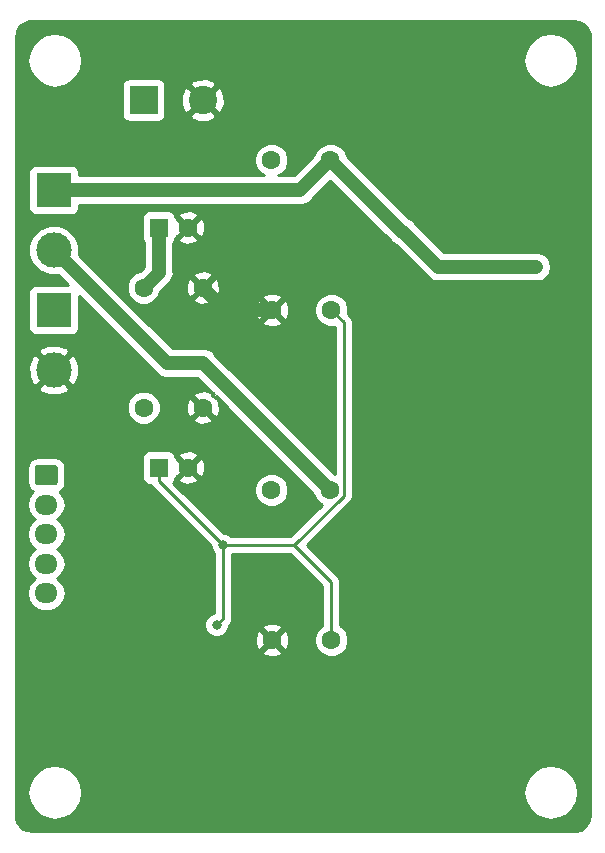
<source format=gbl>
G04 #@! TF.GenerationSoftware,KiCad,Pcbnew,5.0.1-33cea8e~68~ubuntu16.04.1*
G04 #@! TF.CreationDate,2018-11-22T10:51:10+09:00*
G04 #@! TF.ProjectId,BS2103F_photo,425332313033465F70686F746F2E6B69,rev?*
G04 #@! TF.SameCoordinates,Original*
G04 #@! TF.FileFunction,Copper,L2,Bot,Signal*
G04 #@! TF.FilePolarity,Positive*
%FSLAX46Y46*%
G04 Gerber Fmt 4.6, Leading zero omitted, Abs format (unit mm)*
G04 Created by KiCad (PCBNEW 5.0.1-33cea8e~68~ubuntu16.04.1) date 2018年11月22日 10時51分10秒*
%MOMM*%
%LPD*%
G01*
G04 APERTURE LIST*
G04 #@! TA.AperFunction,ComponentPad*
%ADD10C,1.600000*%
G04 #@! TD*
G04 #@! TA.AperFunction,ComponentPad*
%ADD11R,1.600000X1.600000*%
G04 #@! TD*
G04 #@! TA.AperFunction,ComponentPad*
%ADD12R,2.400000X2.400000*%
G04 #@! TD*
G04 #@! TA.AperFunction,ComponentPad*
%ADD13C,2.400000*%
G04 #@! TD*
G04 #@! TA.AperFunction,ComponentPad*
%ADD14R,3.000000X3.000000*%
G04 #@! TD*
G04 #@! TA.AperFunction,ComponentPad*
%ADD15C,3.000000*%
G04 #@! TD*
G04 #@! TA.AperFunction,Conductor*
%ADD16C,0.100000*%
G04 #@! TD*
G04 #@! TA.AperFunction,ComponentPad*
%ADD17C,1.700000*%
G04 #@! TD*
G04 #@! TA.AperFunction,ComponentPad*
%ADD18O,1.950000X1.700000*%
G04 #@! TD*
G04 #@! TA.AperFunction,ViaPad*
%ADD19C,0.800000*%
G04 #@! TD*
G04 #@! TA.AperFunction,ViaPad*
%ADD20C,1.000000*%
G04 #@! TD*
G04 #@! TA.AperFunction,Conductor*
%ADD21C,1.200000*%
G04 #@! TD*
G04 #@! TA.AperFunction,Conductor*
%ADD22C,0.250000*%
G04 #@! TD*
G04 #@! TA.AperFunction,Conductor*
%ADD23C,0.254000*%
G04 #@! TD*
G04 APERTURE END LIST*
D10*
G04 #@! TO.P,C1,2*
G04 #@! TO.N,GND*
X140295000Y-83185000D03*
D11*
G04 #@! TO.P,C1,1*
G04 #@! TO.N,24V*
X137795000Y-83185000D03*
G04 #@! TD*
D10*
G04 #@! TO.P,C2,2*
G04 #@! TO.N,GND*
X141525000Y-88265000D03*
G04 #@! TO.P,C2,1*
G04 #@! TO.N,24V*
X136525000Y-88265000D03*
G04 #@! TD*
G04 #@! TO.P,C3,1*
G04 #@! TO.N,Net-(C3-Pad1)*
X136525000Y-98425000D03*
G04 #@! TO.P,C3,2*
G04 #@! TO.N,GND*
X141525000Y-98425000D03*
G04 #@! TD*
D11*
G04 #@! TO.P,C4,1*
G04 #@! TO.N,Net-(C3-Pad1)*
X137795000Y-103505000D03*
D10*
G04 #@! TO.P,C4,2*
G04 #@! TO.N,GND*
X140295000Y-103505000D03*
G04 #@! TD*
G04 #@! TO.P,C5,1*
G04 #@! TO.N,Net-(C3-Pad1)*
X152400000Y-90170000D03*
G04 #@! TO.P,C5,2*
G04 #@! TO.N,GND*
X147400000Y-90170000D03*
G04 #@! TD*
G04 #@! TO.P,C6,2*
G04 #@! TO.N,Motor1*
X152320000Y-77470000D03*
G04 #@! TO.P,C6,1*
G04 #@! TO.N,Net-(C6-Pad1)*
X147320000Y-77470000D03*
G04 #@! TD*
D12*
G04 #@! TO.P,C7,1*
G04 #@! TO.N,24V*
X136525000Y-72390000D03*
D13*
G04 #@! TO.P,C7,2*
G04 #@! TO.N,GND*
X141525000Y-72390000D03*
G04 #@! TD*
D10*
G04 #@! TO.P,C8,1*
G04 #@! TO.N,Net-(C8-Pad1)*
X147320000Y-105410000D03*
G04 #@! TO.P,C8,2*
G04 #@! TO.N,Motor2*
X152320000Y-105410000D03*
G04 #@! TD*
G04 #@! TO.P,C9,2*
G04 #@! TO.N,GND*
X147400000Y-118110000D03*
G04 #@! TO.P,C9,1*
G04 #@! TO.N,Net-(C3-Pad1)*
X152400000Y-118110000D03*
G04 #@! TD*
D14*
G04 #@! TO.P,J1,1*
G04 #@! TO.N,24V*
X128905000Y-90170000D03*
D15*
G04 #@! TO.P,J1,2*
G04 #@! TO.N,GND*
X128905000Y-95250000D03*
G04 #@! TD*
G04 #@! TO.P,J2,2*
G04 #@! TO.N,Motor2*
X128905000Y-85090000D03*
D14*
G04 #@! TO.P,J2,1*
G04 #@! TO.N,Motor1*
X128905000Y-80010000D03*
G04 #@! TD*
D16*
G04 #@! TO.N,5V*
G04 #@! TO.C,J3*
G36*
X129019504Y-103291204D02*
X129043773Y-103294804D01*
X129067571Y-103300765D01*
X129090671Y-103309030D01*
X129112849Y-103319520D01*
X129133893Y-103332133D01*
X129153598Y-103346747D01*
X129171777Y-103363223D01*
X129188253Y-103381402D01*
X129202867Y-103401107D01*
X129215480Y-103422151D01*
X129225970Y-103444329D01*
X129234235Y-103467429D01*
X129240196Y-103491227D01*
X129243796Y-103515496D01*
X129245000Y-103540000D01*
X129245000Y-104740000D01*
X129243796Y-104764504D01*
X129240196Y-104788773D01*
X129234235Y-104812571D01*
X129225970Y-104835671D01*
X129215480Y-104857849D01*
X129202867Y-104878893D01*
X129188253Y-104898598D01*
X129171777Y-104916777D01*
X129153598Y-104933253D01*
X129133893Y-104947867D01*
X129112849Y-104960480D01*
X129090671Y-104970970D01*
X129067571Y-104979235D01*
X129043773Y-104985196D01*
X129019504Y-104988796D01*
X128995000Y-104990000D01*
X127545000Y-104990000D01*
X127520496Y-104988796D01*
X127496227Y-104985196D01*
X127472429Y-104979235D01*
X127449329Y-104970970D01*
X127427151Y-104960480D01*
X127406107Y-104947867D01*
X127386402Y-104933253D01*
X127368223Y-104916777D01*
X127351747Y-104898598D01*
X127337133Y-104878893D01*
X127324520Y-104857849D01*
X127314030Y-104835671D01*
X127305765Y-104812571D01*
X127299804Y-104788773D01*
X127296204Y-104764504D01*
X127295000Y-104740000D01*
X127295000Y-103540000D01*
X127296204Y-103515496D01*
X127299804Y-103491227D01*
X127305765Y-103467429D01*
X127314030Y-103444329D01*
X127324520Y-103422151D01*
X127337133Y-103401107D01*
X127351747Y-103381402D01*
X127368223Y-103363223D01*
X127386402Y-103346747D01*
X127406107Y-103332133D01*
X127427151Y-103319520D01*
X127449329Y-103309030D01*
X127472429Y-103300765D01*
X127496227Y-103294804D01*
X127520496Y-103291204D01*
X127545000Y-103290000D01*
X128995000Y-103290000D01*
X129019504Y-103291204D01*
X129019504Y-103291204D01*
G37*
D17*
G04 #@! TD*
G04 #@! TO.P,J3,1*
G04 #@! TO.N,5V*
X128270000Y-104140000D03*
D18*
G04 #@! TO.P,J3,2*
G04 #@! TO.N,PINGND*
X128270000Y-106640000D03*
G04 #@! TO.P,J3,3*
G04 #@! TO.N,IN1*
X128270000Y-109140000D03*
G04 #@! TO.P,J3,4*
G04 #@! TO.N,IN2*
X128270000Y-111640000D03*
G04 #@! TO.P,J3,5*
G04 #@! TO.N,ShutDown*
X128270000Y-114140000D03*
G04 #@! TD*
D19*
G04 #@! TO.N,Net-(C3-Pad1)*
X142705000Y-116814900D03*
X143253500Y-110078500D03*
D20*
G04 #@! TO.N,Motor1*
X158485400Y-83537000D03*
X169745000Y-86509700D03*
G04 #@! TD*
D21*
G04 #@! TO.N,GND*
X147400000Y-90170000D02*
X143430000Y-90170000D01*
X143430000Y-90170000D02*
X141525000Y-88265000D01*
G04 #@! TO.N,24V*
X136525000Y-88265000D02*
X137795000Y-86995000D01*
X137795000Y-86995000D02*
X137795000Y-83185000D01*
D22*
G04 #@! TO.N,Net-(C3-Pad1)*
X143253500Y-110078500D02*
X143253500Y-116266400D01*
X143253500Y-116266400D02*
X142705000Y-116814900D01*
X149255900Y-110078500D02*
X143253500Y-110078500D01*
X152400000Y-90170000D02*
X153447000Y-91217000D01*
X153447000Y-91217000D02*
X153447000Y-105887400D01*
X153447000Y-105887400D02*
X149255900Y-110078500D01*
X149255900Y-110078500D02*
X152400000Y-113222600D01*
X152400000Y-113222600D02*
X152400000Y-118110000D01*
X137795000Y-103505000D02*
X137795000Y-104630300D01*
X137795000Y-104630300D02*
X137805300Y-104630300D01*
X137805300Y-104630300D02*
X143253500Y-110078500D01*
D21*
G04 #@! TO.N,Motor1*
X152320000Y-77470000D02*
X149780000Y-80010000D01*
X149780000Y-80010000D02*
X131205300Y-80010000D01*
X152320000Y-77470000D02*
X158387000Y-83537000D01*
X158387000Y-83537000D02*
X158485400Y-83537000D01*
X128905000Y-80010000D02*
X131205300Y-80010000D01*
X158485400Y-83537000D02*
X161458100Y-86509700D01*
X161458100Y-86509700D02*
X169745000Y-86509700D01*
G04 #@! TO.N,Motor2*
X128905000Y-85090000D02*
X138462700Y-94647700D01*
X138462700Y-94647700D02*
X141557700Y-94647700D01*
X141557700Y-94647700D02*
X152320000Y-105410000D01*
G04 #@! TD*
D23*
G04 #@! TO.N,GND*
G36*
X173360027Y-65768803D02*
X173691110Y-65919338D01*
X173966639Y-66156749D01*
X174164456Y-66461944D01*
X174275700Y-66833917D01*
X174290000Y-67026348D01*
X174290001Y-132949413D01*
X174231197Y-133360027D01*
X174080661Y-133691112D01*
X173843251Y-133966639D01*
X173538056Y-134164456D01*
X173166083Y-134275700D01*
X172973652Y-134290000D01*
X127050580Y-134290000D01*
X126639973Y-134231197D01*
X126308888Y-134080661D01*
X126033361Y-133843251D01*
X125835544Y-133538056D01*
X125724300Y-133166083D01*
X125709999Y-132973638D01*
X125709999Y-131000000D01*
X126670000Y-131000000D01*
X126784038Y-131720010D01*
X127114990Y-132369540D01*
X127630460Y-132885010D01*
X128279990Y-133215962D01*
X129000000Y-133330000D01*
X129720010Y-133215962D01*
X130369540Y-132885010D01*
X130885010Y-132369540D01*
X131215962Y-131720010D01*
X131330000Y-131000000D01*
X168670000Y-131000000D01*
X168784038Y-131720010D01*
X169114990Y-132369540D01*
X169630460Y-132885010D01*
X170279990Y-133215962D01*
X171000000Y-133330000D01*
X171720010Y-133215962D01*
X172369540Y-132885010D01*
X172885010Y-132369540D01*
X173215962Y-131720010D01*
X173330000Y-131000000D01*
X173215962Y-130279990D01*
X172885010Y-129630460D01*
X172369540Y-129114990D01*
X171720010Y-128784038D01*
X171000000Y-128670000D01*
X170279990Y-128784038D01*
X169630460Y-129114990D01*
X169114990Y-129630460D01*
X168784038Y-130279990D01*
X168670000Y-131000000D01*
X131330000Y-131000000D01*
X131215962Y-130279990D01*
X130885010Y-129630460D01*
X130369540Y-129114990D01*
X129720010Y-128784038D01*
X129000000Y-128670000D01*
X128279990Y-128784038D01*
X127630460Y-129114990D01*
X127114990Y-129630460D01*
X126784038Y-130279990D01*
X126670000Y-131000000D01*
X125709999Y-131000000D01*
X125709999Y-119117745D01*
X146571861Y-119117745D01*
X146645995Y-119363864D01*
X147183223Y-119556965D01*
X147753454Y-119529778D01*
X148154005Y-119363864D01*
X148228139Y-119117745D01*
X147400000Y-118289605D01*
X146571861Y-119117745D01*
X125709999Y-119117745D01*
X125709999Y-117893223D01*
X145953035Y-117893223D01*
X145980222Y-118463454D01*
X146146136Y-118864005D01*
X146392255Y-118938139D01*
X147220395Y-118110000D01*
X147579605Y-118110000D01*
X148407745Y-118938139D01*
X148653864Y-118864005D01*
X148846965Y-118326777D01*
X148819778Y-117756546D01*
X148653864Y-117355995D01*
X148407745Y-117281861D01*
X147579605Y-118110000D01*
X147220395Y-118110000D01*
X146392255Y-117281861D01*
X146146136Y-117355995D01*
X145953035Y-117893223D01*
X125709999Y-117893223D01*
X125709999Y-106640000D01*
X126630908Y-106640000D01*
X126746161Y-107219418D01*
X127074375Y-107710625D01*
X127342829Y-107890000D01*
X127074375Y-108069375D01*
X126746161Y-108560582D01*
X126630908Y-109140000D01*
X126746161Y-109719418D01*
X127074375Y-110210625D01*
X127342829Y-110390000D01*
X127074375Y-110569375D01*
X126746161Y-111060582D01*
X126630908Y-111640000D01*
X126746161Y-112219418D01*
X127074375Y-112710625D01*
X127342829Y-112890000D01*
X127074375Y-113069375D01*
X126746161Y-113560582D01*
X126630908Y-114140000D01*
X126746161Y-114719418D01*
X127074375Y-115210625D01*
X127565582Y-115538839D01*
X127998744Y-115625000D01*
X128541256Y-115625000D01*
X128974418Y-115538839D01*
X129465625Y-115210625D01*
X129793839Y-114719418D01*
X129909092Y-114140000D01*
X129793839Y-113560582D01*
X129465625Y-113069375D01*
X129197171Y-112890000D01*
X129465625Y-112710625D01*
X129793839Y-112219418D01*
X129909092Y-111640000D01*
X129793839Y-111060582D01*
X129465625Y-110569375D01*
X129197171Y-110390000D01*
X129465625Y-110210625D01*
X129793839Y-109719418D01*
X129909092Y-109140000D01*
X129793839Y-108560582D01*
X129465625Y-108069375D01*
X129197171Y-107890000D01*
X129465625Y-107710625D01*
X129793839Y-107219418D01*
X129909092Y-106640000D01*
X129793839Y-106060582D01*
X129465625Y-105569375D01*
X129401844Y-105526758D01*
X129629586Y-105374586D01*
X129824126Y-105083435D01*
X129892440Y-104740000D01*
X129892440Y-103540000D01*
X129824126Y-103196565D01*
X129629586Y-102905414D01*
X129338435Y-102710874D01*
X128995000Y-102642560D01*
X127545000Y-102642560D01*
X127201565Y-102710874D01*
X126910414Y-102905414D01*
X126715874Y-103196565D01*
X126647560Y-103540000D01*
X126647560Y-104740000D01*
X126715874Y-105083435D01*
X126910414Y-105374586D01*
X127138156Y-105526758D01*
X127074375Y-105569375D01*
X126746161Y-106060582D01*
X126630908Y-106640000D01*
X125709999Y-106640000D01*
X125709999Y-98139561D01*
X135090000Y-98139561D01*
X135090000Y-98710439D01*
X135308466Y-99237862D01*
X135712138Y-99641534D01*
X136239561Y-99860000D01*
X136810439Y-99860000D01*
X137337862Y-99641534D01*
X137546651Y-99432745D01*
X140696861Y-99432745D01*
X140770995Y-99678864D01*
X141308223Y-99871965D01*
X141878454Y-99844778D01*
X142279005Y-99678864D01*
X142353139Y-99432745D01*
X141525000Y-98604605D01*
X140696861Y-99432745D01*
X137546651Y-99432745D01*
X137741534Y-99237862D01*
X137960000Y-98710439D01*
X137960000Y-98208223D01*
X140078035Y-98208223D01*
X140105222Y-98778454D01*
X140271136Y-99179005D01*
X140517255Y-99253139D01*
X141345395Y-98425000D01*
X140517255Y-97596861D01*
X140271136Y-97670995D01*
X140078035Y-98208223D01*
X137960000Y-98208223D01*
X137960000Y-98139561D01*
X137741534Y-97612138D01*
X137337862Y-97208466D01*
X136810439Y-96990000D01*
X136239561Y-96990000D01*
X135712138Y-97208466D01*
X135308466Y-97612138D01*
X135090000Y-98139561D01*
X125709999Y-98139561D01*
X125709999Y-96763970D01*
X127570635Y-96763970D01*
X127730418Y-97082739D01*
X128521187Y-97392723D01*
X129370387Y-97376497D01*
X130079582Y-97082739D01*
X130239365Y-96763970D01*
X128905000Y-95429605D01*
X127570635Y-96763970D01*
X125709999Y-96763970D01*
X125709999Y-94866187D01*
X126762277Y-94866187D01*
X126778503Y-95715387D01*
X127072261Y-96424582D01*
X127391030Y-96584365D01*
X128725395Y-95250000D01*
X129084605Y-95250000D01*
X130418970Y-96584365D01*
X130737739Y-96424582D01*
X131047723Y-95633813D01*
X131031497Y-94784613D01*
X130737739Y-94075418D01*
X130418970Y-93915635D01*
X129084605Y-95250000D01*
X128725395Y-95250000D01*
X127391030Y-93915635D01*
X127072261Y-94075418D01*
X126762277Y-94866187D01*
X125709999Y-94866187D01*
X125709999Y-93736030D01*
X127570635Y-93736030D01*
X128905000Y-95070395D01*
X130239365Y-93736030D01*
X130079582Y-93417261D01*
X129288813Y-93107277D01*
X128439613Y-93123503D01*
X127730418Y-93417261D01*
X127570635Y-93736030D01*
X125709999Y-93736030D01*
X125709999Y-88670000D01*
X126757560Y-88670000D01*
X126757560Y-91670000D01*
X126806843Y-91917765D01*
X126947191Y-92127809D01*
X127157235Y-92268157D01*
X127405000Y-92317440D01*
X130405000Y-92317440D01*
X130652765Y-92268157D01*
X130862809Y-92127809D01*
X131003157Y-91917765D01*
X131052440Y-91670000D01*
X131052440Y-88983993D01*
X137503415Y-95434969D01*
X137572315Y-95538085D01*
X137675431Y-95606985D01*
X137675432Y-95606986D01*
X137715582Y-95633813D01*
X137980827Y-95811044D01*
X138341064Y-95882700D01*
X138341068Y-95882700D01*
X138462700Y-95906894D01*
X138584332Y-95882700D01*
X141046147Y-95882700D01*
X142466920Y-97303473D01*
X142353139Y-97417253D01*
X142279005Y-97171136D01*
X141741777Y-96978035D01*
X141171546Y-97005222D01*
X140770995Y-97171136D01*
X140696861Y-97417255D01*
X141525000Y-98245395D01*
X141539142Y-98231252D01*
X141718748Y-98410858D01*
X141704605Y-98425000D01*
X142532745Y-99253139D01*
X142778864Y-99179005D01*
X142971965Y-98641777D01*
X142944778Y-98071546D01*
X142778864Y-97670995D01*
X142532747Y-97596861D01*
X142646528Y-97483081D01*
X150903465Y-105740018D01*
X151103466Y-106222862D01*
X151507138Y-106626534D01*
X151596181Y-106663417D01*
X148941099Y-109318500D01*
X143957211Y-109318500D01*
X143839780Y-109201069D01*
X143459374Y-109043500D01*
X143293303Y-109043500D01*
X139374364Y-105124561D01*
X145885000Y-105124561D01*
X145885000Y-105695439D01*
X146103466Y-106222862D01*
X146507138Y-106626534D01*
X147034561Y-106845000D01*
X147605439Y-106845000D01*
X148132862Y-106626534D01*
X148536534Y-106222862D01*
X148755000Y-105695439D01*
X148755000Y-105124561D01*
X148536534Y-104597138D01*
X148132862Y-104193466D01*
X147605439Y-103975000D01*
X147034561Y-103975000D01*
X146507138Y-104193466D01*
X146103466Y-104597138D01*
X145885000Y-105124561D01*
X139374364Y-105124561D01*
X139028712Y-104778910D01*
X139052809Y-104762809D01*
X139193157Y-104552765D01*
X139201117Y-104512745D01*
X139466861Y-104512745D01*
X139540995Y-104758864D01*
X140078223Y-104951965D01*
X140648454Y-104924778D01*
X141049005Y-104758864D01*
X141123139Y-104512745D01*
X140295000Y-103684605D01*
X139466861Y-104512745D01*
X139201117Y-104512745D01*
X139239693Y-104318813D01*
X139287255Y-104333139D01*
X140115395Y-103505000D01*
X140474605Y-103505000D01*
X141302745Y-104333139D01*
X141548864Y-104259005D01*
X141741965Y-103721777D01*
X141714778Y-103151546D01*
X141548864Y-102750995D01*
X141302745Y-102676861D01*
X140474605Y-103505000D01*
X140115395Y-103505000D01*
X139287255Y-102676861D01*
X139239693Y-102691187D01*
X139201118Y-102497255D01*
X139466861Y-102497255D01*
X140295000Y-103325395D01*
X141123139Y-102497255D01*
X141049005Y-102251136D01*
X140511777Y-102058035D01*
X139941546Y-102085222D01*
X139540995Y-102251136D01*
X139466861Y-102497255D01*
X139201118Y-102497255D01*
X139193157Y-102457235D01*
X139052809Y-102247191D01*
X138842765Y-102106843D01*
X138595000Y-102057560D01*
X136995000Y-102057560D01*
X136747235Y-102106843D01*
X136537191Y-102247191D01*
X136396843Y-102457235D01*
X136347560Y-102705000D01*
X136347560Y-104305000D01*
X136396843Y-104552765D01*
X136537191Y-104762809D01*
X136747235Y-104903157D01*
X136995000Y-104952440D01*
X137096203Y-104952440D01*
X137247071Y-105178229D01*
X137341571Y-105241372D01*
X142218500Y-110118303D01*
X142218500Y-110284374D01*
X142376069Y-110664780D01*
X142493500Y-110782211D01*
X142493501Y-115782230D01*
X142118720Y-115937469D01*
X141827569Y-116228620D01*
X141670000Y-116609026D01*
X141670000Y-117020774D01*
X141827569Y-117401180D01*
X142118720Y-117692331D01*
X142499126Y-117849900D01*
X142910874Y-117849900D01*
X143291280Y-117692331D01*
X143582431Y-117401180D01*
X143706249Y-117102255D01*
X146571861Y-117102255D01*
X147400000Y-117930395D01*
X148228139Y-117102255D01*
X148154005Y-116856136D01*
X147616777Y-116663035D01*
X147046546Y-116690222D01*
X146645995Y-116856136D01*
X146571861Y-117102255D01*
X143706249Y-117102255D01*
X143740000Y-117020774D01*
X143740000Y-116855374D01*
X143801429Y-116814328D01*
X143843827Y-116750875D01*
X143843829Y-116750873D01*
X143969403Y-116562938D01*
X143969403Y-116562937D01*
X143969404Y-116562936D01*
X144013500Y-116341251D01*
X144013500Y-116341248D01*
X144028388Y-116266401D01*
X144013500Y-116191554D01*
X144013499Y-110838500D01*
X148941099Y-110838500D01*
X151640000Y-113537402D01*
X151640001Y-116871570D01*
X151587138Y-116893466D01*
X151183466Y-117297138D01*
X150965000Y-117824561D01*
X150965000Y-118395439D01*
X151183466Y-118922862D01*
X151587138Y-119326534D01*
X152114561Y-119545000D01*
X152685439Y-119545000D01*
X153212862Y-119326534D01*
X153616534Y-118922862D01*
X153835000Y-118395439D01*
X153835000Y-117824561D01*
X153616534Y-117297138D01*
X153212862Y-116893466D01*
X153160000Y-116871570D01*
X153159999Y-113297452D01*
X153174888Y-113222600D01*
X153115903Y-112926062D01*
X152990329Y-112738127D01*
X152990326Y-112738124D01*
X152947928Y-112674671D01*
X152884475Y-112632273D01*
X150330701Y-110078500D01*
X153931479Y-106477724D01*
X153994929Y-106435328D01*
X154037325Y-106371878D01*
X154037329Y-106371874D01*
X154162903Y-106183938D01*
X154162903Y-106183937D01*
X154162904Y-106183936D01*
X154207000Y-105962251D01*
X154207000Y-105962248D01*
X154221888Y-105887401D01*
X154207000Y-105812554D01*
X154206999Y-91291853D01*
X154221888Y-91217000D01*
X154162904Y-90920463D01*
X154037329Y-90732527D01*
X154037326Y-90732524D01*
X153994928Y-90669071D01*
X153931475Y-90626673D01*
X153813104Y-90508302D01*
X153835000Y-90455439D01*
X153835000Y-89884561D01*
X153616534Y-89357138D01*
X153212862Y-88953466D01*
X152685439Y-88735000D01*
X152114561Y-88735000D01*
X151587138Y-88953466D01*
X151183466Y-89357138D01*
X150965000Y-89884561D01*
X150965000Y-90455439D01*
X151183466Y-90982862D01*
X151587138Y-91386534D01*
X152114561Y-91605000D01*
X152685439Y-91605000D01*
X152687000Y-91604353D01*
X152687001Y-104008784D01*
X152650018Y-103993465D01*
X142516987Y-93860434D01*
X142448085Y-93757315D01*
X142039573Y-93484356D01*
X141679336Y-93412700D01*
X141679332Y-93412700D01*
X141557700Y-93388506D01*
X141436068Y-93412700D01*
X138974254Y-93412700D01*
X136739299Y-91177745D01*
X146571861Y-91177745D01*
X146645995Y-91423864D01*
X147183223Y-91616965D01*
X147753454Y-91589778D01*
X148154005Y-91423864D01*
X148228139Y-91177745D01*
X147400000Y-90349605D01*
X146571861Y-91177745D01*
X136739299Y-91177745D01*
X135514777Y-89953223D01*
X145953035Y-89953223D01*
X145980222Y-90523454D01*
X146146136Y-90924005D01*
X146392255Y-90998139D01*
X147220395Y-90170000D01*
X147579605Y-90170000D01*
X148407745Y-90998139D01*
X148653864Y-90924005D01*
X148846965Y-90386777D01*
X148819778Y-89816546D01*
X148653864Y-89415995D01*
X148407745Y-89341861D01*
X147579605Y-90170000D01*
X147220395Y-90170000D01*
X146392255Y-89341861D01*
X146146136Y-89415995D01*
X145953035Y-89953223D01*
X135514777Y-89953223D01*
X133541115Y-87979561D01*
X135090000Y-87979561D01*
X135090000Y-88550439D01*
X135308466Y-89077862D01*
X135712138Y-89481534D01*
X136239561Y-89700000D01*
X136810439Y-89700000D01*
X137337862Y-89481534D01*
X137546651Y-89272745D01*
X140696861Y-89272745D01*
X140770995Y-89518864D01*
X141308223Y-89711965D01*
X141878454Y-89684778D01*
X142279005Y-89518864D01*
X142353139Y-89272745D01*
X142242650Y-89162255D01*
X146571861Y-89162255D01*
X147400000Y-89990395D01*
X148228139Y-89162255D01*
X148154005Y-88916136D01*
X147616777Y-88723035D01*
X147046546Y-88750222D01*
X146645995Y-88916136D01*
X146571861Y-89162255D01*
X142242650Y-89162255D01*
X141525000Y-88444605D01*
X140696861Y-89272745D01*
X137546651Y-89272745D01*
X137741534Y-89077862D01*
X137941534Y-88595019D01*
X138488330Y-88048223D01*
X140078035Y-88048223D01*
X140105222Y-88618454D01*
X140271136Y-89019005D01*
X140517255Y-89093139D01*
X141345395Y-88265000D01*
X141704605Y-88265000D01*
X142532745Y-89093139D01*
X142778864Y-89019005D01*
X142971965Y-88481777D01*
X142944778Y-87911546D01*
X142778864Y-87510995D01*
X142532745Y-87436861D01*
X141704605Y-88265000D01*
X141345395Y-88265000D01*
X140517255Y-87436861D01*
X140271136Y-87510995D01*
X140078035Y-88048223D01*
X138488330Y-88048223D01*
X138582271Y-87954283D01*
X138685384Y-87885385D01*
X138754282Y-87782272D01*
X138754286Y-87782268D01*
X138958343Y-87476873D01*
X139002028Y-87257255D01*
X140696861Y-87257255D01*
X141525000Y-88085395D01*
X142353139Y-87257255D01*
X142279005Y-87011136D01*
X141741777Y-86818035D01*
X141171546Y-86845222D01*
X140770995Y-87011136D01*
X140696861Y-87257255D01*
X139002028Y-87257255D01*
X139054194Y-86995001D01*
X139029999Y-86873365D01*
X139030000Y-84458050D01*
X139052809Y-84442809D01*
X139193157Y-84232765D01*
X139201117Y-84192745D01*
X139466861Y-84192745D01*
X139540995Y-84438864D01*
X140078223Y-84631965D01*
X140648454Y-84604778D01*
X141049005Y-84438864D01*
X141123139Y-84192745D01*
X140295000Y-83364605D01*
X139466861Y-84192745D01*
X139201117Y-84192745D01*
X139239693Y-83998813D01*
X139287255Y-84013139D01*
X140115395Y-83185000D01*
X140474605Y-83185000D01*
X141302745Y-84013139D01*
X141548864Y-83939005D01*
X141741965Y-83401777D01*
X141714778Y-82831546D01*
X141548864Y-82430995D01*
X141302745Y-82356861D01*
X140474605Y-83185000D01*
X140115395Y-83185000D01*
X139287255Y-82356861D01*
X139239693Y-82371187D01*
X139201118Y-82177255D01*
X139466861Y-82177255D01*
X140295000Y-83005395D01*
X141123139Y-82177255D01*
X141049005Y-81931136D01*
X140511777Y-81738035D01*
X139941546Y-81765222D01*
X139540995Y-81931136D01*
X139466861Y-82177255D01*
X139201118Y-82177255D01*
X139193157Y-82137235D01*
X139052809Y-81927191D01*
X138842765Y-81786843D01*
X138595000Y-81737560D01*
X136995000Y-81737560D01*
X136747235Y-81786843D01*
X136537191Y-81927191D01*
X136396843Y-82137235D01*
X136347560Y-82385000D01*
X136347560Y-83985000D01*
X136396843Y-84232765D01*
X136537191Y-84442809D01*
X136560001Y-84458050D01*
X136560000Y-86483446D01*
X136194981Y-86848466D01*
X135712138Y-87048466D01*
X135308466Y-87452138D01*
X135090000Y-87979561D01*
X133541115Y-87979561D01*
X131040000Y-85478447D01*
X131040000Y-84665322D01*
X130714966Y-83880620D01*
X130114380Y-83280034D01*
X129329678Y-82955000D01*
X128480322Y-82955000D01*
X127695620Y-83280034D01*
X127095034Y-83880620D01*
X126770000Y-84665322D01*
X126770000Y-85514678D01*
X127095034Y-86299380D01*
X127695620Y-86899966D01*
X128480322Y-87225000D01*
X129293447Y-87225000D01*
X130091007Y-88022560D01*
X127405000Y-88022560D01*
X127157235Y-88071843D01*
X126947191Y-88212191D01*
X126806843Y-88422235D01*
X126757560Y-88670000D01*
X125709999Y-88670000D01*
X125709999Y-78510000D01*
X126757560Y-78510000D01*
X126757560Y-81510000D01*
X126806843Y-81757765D01*
X126947191Y-81967809D01*
X127157235Y-82108157D01*
X127405000Y-82157440D01*
X130405000Y-82157440D01*
X130652765Y-82108157D01*
X130862809Y-81967809D01*
X131003157Y-81757765D01*
X131052440Y-81510000D01*
X131052440Y-81245000D01*
X149658368Y-81245000D01*
X149780000Y-81269194D01*
X149901632Y-81245000D01*
X149901636Y-81245000D01*
X150261873Y-81173344D01*
X150670385Y-80900385D01*
X150739287Y-80797266D01*
X152320000Y-79216553D01*
X157427715Y-84324269D01*
X157496615Y-84427385D01*
X157599731Y-84496285D01*
X157599732Y-84496286D01*
X157803501Y-84632440D01*
X157896279Y-84694432D01*
X160498813Y-87296966D01*
X160567715Y-87400085D01*
X160976227Y-87673044D01*
X161336464Y-87744700D01*
X161336468Y-87744700D01*
X161458100Y-87768894D01*
X161579732Y-87744700D01*
X169866636Y-87744700D01*
X170226873Y-87673044D01*
X170635385Y-87400085D01*
X170908344Y-86991573D01*
X171004195Y-86509700D01*
X170908344Y-86027827D01*
X170635385Y-85619315D01*
X170226873Y-85346356D01*
X169866636Y-85274700D01*
X161969653Y-85274700D01*
X159444687Y-82749734D01*
X159375785Y-82646615D01*
X158976124Y-82379570D01*
X153736535Y-77139981D01*
X153536534Y-76657138D01*
X153132862Y-76253466D01*
X152605439Y-76035000D01*
X152034561Y-76035000D01*
X151507138Y-76253466D01*
X151103466Y-76657138D01*
X150903466Y-77139980D01*
X149268447Y-78775000D01*
X147919286Y-78775000D01*
X148132862Y-78686534D01*
X148536534Y-78282862D01*
X148755000Y-77755439D01*
X148755000Y-77184561D01*
X148536534Y-76657138D01*
X148132862Y-76253466D01*
X147605439Y-76035000D01*
X147034561Y-76035000D01*
X146507138Y-76253466D01*
X146103466Y-76657138D01*
X145885000Y-77184561D01*
X145885000Y-77755439D01*
X146103466Y-78282862D01*
X146507138Y-78686534D01*
X146720714Y-78775000D01*
X131052440Y-78775000D01*
X131052440Y-78510000D01*
X131003157Y-78262235D01*
X130862809Y-78052191D01*
X130652765Y-77911843D01*
X130405000Y-77862560D01*
X127405000Y-77862560D01*
X127157235Y-77911843D01*
X126947191Y-78052191D01*
X126806843Y-78262235D01*
X126757560Y-78510000D01*
X125709999Y-78510000D01*
X125709999Y-69000000D01*
X126670000Y-69000000D01*
X126784038Y-69720010D01*
X127114990Y-70369540D01*
X127630460Y-70885010D01*
X128279990Y-71215962D01*
X129000000Y-71330000D01*
X129720010Y-71215962D01*
X129770963Y-71190000D01*
X134677560Y-71190000D01*
X134677560Y-73590000D01*
X134726843Y-73837765D01*
X134867191Y-74047809D01*
X135077235Y-74188157D01*
X135325000Y-74237440D01*
X137725000Y-74237440D01*
X137972765Y-74188157D01*
X138182809Y-74047809D01*
X138323157Y-73837765D01*
X138353110Y-73687175D01*
X140407430Y-73687175D01*
X140530565Y-73974788D01*
X141212734Y-74234707D01*
X141942443Y-74213786D01*
X142519435Y-73974788D01*
X142642570Y-73687175D01*
X141525000Y-72569605D01*
X140407430Y-73687175D01*
X138353110Y-73687175D01*
X138372440Y-73590000D01*
X138372440Y-72077734D01*
X139680293Y-72077734D01*
X139701214Y-72807443D01*
X139940212Y-73384435D01*
X140227825Y-73507570D01*
X141345395Y-72390000D01*
X141704605Y-72390000D01*
X142822175Y-73507570D01*
X143109788Y-73384435D01*
X143369707Y-72702266D01*
X143348786Y-71972557D01*
X143109788Y-71395565D01*
X142822175Y-71272430D01*
X141704605Y-72390000D01*
X141345395Y-72390000D01*
X140227825Y-71272430D01*
X139940212Y-71395565D01*
X139680293Y-72077734D01*
X138372440Y-72077734D01*
X138372440Y-71190000D01*
X138353111Y-71092825D01*
X140407430Y-71092825D01*
X141525000Y-72210395D01*
X142642570Y-71092825D01*
X142519435Y-70805212D01*
X141837266Y-70545293D01*
X141107557Y-70566214D01*
X140530565Y-70805212D01*
X140407430Y-71092825D01*
X138353111Y-71092825D01*
X138323157Y-70942235D01*
X138182809Y-70732191D01*
X137972765Y-70591843D01*
X137725000Y-70542560D01*
X135325000Y-70542560D01*
X135077235Y-70591843D01*
X134867191Y-70732191D01*
X134726843Y-70942235D01*
X134677560Y-71190000D01*
X129770963Y-71190000D01*
X130369540Y-70885010D01*
X130885010Y-70369540D01*
X131215962Y-69720010D01*
X131330000Y-69000000D01*
X168670000Y-69000000D01*
X168784038Y-69720010D01*
X169114990Y-70369540D01*
X169630460Y-70885010D01*
X170279990Y-71215962D01*
X171000000Y-71330000D01*
X171720010Y-71215962D01*
X172369540Y-70885010D01*
X172885010Y-70369540D01*
X173215962Y-69720010D01*
X173330000Y-69000000D01*
X173215962Y-68279990D01*
X172885010Y-67630460D01*
X172369540Y-67114990D01*
X171720010Y-66784038D01*
X171000000Y-66670000D01*
X170279990Y-66784038D01*
X169630460Y-67114990D01*
X169114990Y-67630460D01*
X168784038Y-68279990D01*
X168670000Y-69000000D01*
X131330000Y-69000000D01*
X131215962Y-68279990D01*
X130885010Y-67630460D01*
X130369540Y-67114990D01*
X129720010Y-66784038D01*
X129000000Y-66670000D01*
X128279990Y-66784038D01*
X127630460Y-67114990D01*
X127114990Y-67630460D01*
X126784038Y-68279990D01*
X126670000Y-69000000D01*
X125709999Y-69000000D01*
X125710000Y-67050580D01*
X125768803Y-66639973D01*
X125919338Y-66308890D01*
X126156749Y-66033361D01*
X126461944Y-65835544D01*
X126833917Y-65724300D01*
X127026348Y-65710000D01*
X172949420Y-65710000D01*
X173360027Y-65768803D01*
X173360027Y-65768803D01*
G37*
X173360027Y-65768803D02*
X173691110Y-65919338D01*
X173966639Y-66156749D01*
X174164456Y-66461944D01*
X174275700Y-66833917D01*
X174290000Y-67026348D01*
X174290001Y-132949413D01*
X174231197Y-133360027D01*
X174080661Y-133691112D01*
X173843251Y-133966639D01*
X173538056Y-134164456D01*
X173166083Y-134275700D01*
X172973652Y-134290000D01*
X127050580Y-134290000D01*
X126639973Y-134231197D01*
X126308888Y-134080661D01*
X126033361Y-133843251D01*
X125835544Y-133538056D01*
X125724300Y-133166083D01*
X125709999Y-132973638D01*
X125709999Y-131000000D01*
X126670000Y-131000000D01*
X126784038Y-131720010D01*
X127114990Y-132369540D01*
X127630460Y-132885010D01*
X128279990Y-133215962D01*
X129000000Y-133330000D01*
X129720010Y-133215962D01*
X130369540Y-132885010D01*
X130885010Y-132369540D01*
X131215962Y-131720010D01*
X131330000Y-131000000D01*
X168670000Y-131000000D01*
X168784038Y-131720010D01*
X169114990Y-132369540D01*
X169630460Y-132885010D01*
X170279990Y-133215962D01*
X171000000Y-133330000D01*
X171720010Y-133215962D01*
X172369540Y-132885010D01*
X172885010Y-132369540D01*
X173215962Y-131720010D01*
X173330000Y-131000000D01*
X173215962Y-130279990D01*
X172885010Y-129630460D01*
X172369540Y-129114990D01*
X171720010Y-128784038D01*
X171000000Y-128670000D01*
X170279990Y-128784038D01*
X169630460Y-129114990D01*
X169114990Y-129630460D01*
X168784038Y-130279990D01*
X168670000Y-131000000D01*
X131330000Y-131000000D01*
X131215962Y-130279990D01*
X130885010Y-129630460D01*
X130369540Y-129114990D01*
X129720010Y-128784038D01*
X129000000Y-128670000D01*
X128279990Y-128784038D01*
X127630460Y-129114990D01*
X127114990Y-129630460D01*
X126784038Y-130279990D01*
X126670000Y-131000000D01*
X125709999Y-131000000D01*
X125709999Y-119117745D01*
X146571861Y-119117745D01*
X146645995Y-119363864D01*
X147183223Y-119556965D01*
X147753454Y-119529778D01*
X148154005Y-119363864D01*
X148228139Y-119117745D01*
X147400000Y-118289605D01*
X146571861Y-119117745D01*
X125709999Y-119117745D01*
X125709999Y-117893223D01*
X145953035Y-117893223D01*
X145980222Y-118463454D01*
X146146136Y-118864005D01*
X146392255Y-118938139D01*
X147220395Y-118110000D01*
X147579605Y-118110000D01*
X148407745Y-118938139D01*
X148653864Y-118864005D01*
X148846965Y-118326777D01*
X148819778Y-117756546D01*
X148653864Y-117355995D01*
X148407745Y-117281861D01*
X147579605Y-118110000D01*
X147220395Y-118110000D01*
X146392255Y-117281861D01*
X146146136Y-117355995D01*
X145953035Y-117893223D01*
X125709999Y-117893223D01*
X125709999Y-106640000D01*
X126630908Y-106640000D01*
X126746161Y-107219418D01*
X127074375Y-107710625D01*
X127342829Y-107890000D01*
X127074375Y-108069375D01*
X126746161Y-108560582D01*
X126630908Y-109140000D01*
X126746161Y-109719418D01*
X127074375Y-110210625D01*
X127342829Y-110390000D01*
X127074375Y-110569375D01*
X126746161Y-111060582D01*
X126630908Y-111640000D01*
X126746161Y-112219418D01*
X127074375Y-112710625D01*
X127342829Y-112890000D01*
X127074375Y-113069375D01*
X126746161Y-113560582D01*
X126630908Y-114140000D01*
X126746161Y-114719418D01*
X127074375Y-115210625D01*
X127565582Y-115538839D01*
X127998744Y-115625000D01*
X128541256Y-115625000D01*
X128974418Y-115538839D01*
X129465625Y-115210625D01*
X129793839Y-114719418D01*
X129909092Y-114140000D01*
X129793839Y-113560582D01*
X129465625Y-113069375D01*
X129197171Y-112890000D01*
X129465625Y-112710625D01*
X129793839Y-112219418D01*
X129909092Y-111640000D01*
X129793839Y-111060582D01*
X129465625Y-110569375D01*
X129197171Y-110390000D01*
X129465625Y-110210625D01*
X129793839Y-109719418D01*
X129909092Y-109140000D01*
X129793839Y-108560582D01*
X129465625Y-108069375D01*
X129197171Y-107890000D01*
X129465625Y-107710625D01*
X129793839Y-107219418D01*
X129909092Y-106640000D01*
X129793839Y-106060582D01*
X129465625Y-105569375D01*
X129401844Y-105526758D01*
X129629586Y-105374586D01*
X129824126Y-105083435D01*
X129892440Y-104740000D01*
X129892440Y-103540000D01*
X129824126Y-103196565D01*
X129629586Y-102905414D01*
X129338435Y-102710874D01*
X128995000Y-102642560D01*
X127545000Y-102642560D01*
X127201565Y-102710874D01*
X126910414Y-102905414D01*
X126715874Y-103196565D01*
X126647560Y-103540000D01*
X126647560Y-104740000D01*
X126715874Y-105083435D01*
X126910414Y-105374586D01*
X127138156Y-105526758D01*
X127074375Y-105569375D01*
X126746161Y-106060582D01*
X126630908Y-106640000D01*
X125709999Y-106640000D01*
X125709999Y-98139561D01*
X135090000Y-98139561D01*
X135090000Y-98710439D01*
X135308466Y-99237862D01*
X135712138Y-99641534D01*
X136239561Y-99860000D01*
X136810439Y-99860000D01*
X137337862Y-99641534D01*
X137546651Y-99432745D01*
X140696861Y-99432745D01*
X140770995Y-99678864D01*
X141308223Y-99871965D01*
X141878454Y-99844778D01*
X142279005Y-99678864D01*
X142353139Y-99432745D01*
X141525000Y-98604605D01*
X140696861Y-99432745D01*
X137546651Y-99432745D01*
X137741534Y-99237862D01*
X137960000Y-98710439D01*
X137960000Y-98208223D01*
X140078035Y-98208223D01*
X140105222Y-98778454D01*
X140271136Y-99179005D01*
X140517255Y-99253139D01*
X141345395Y-98425000D01*
X140517255Y-97596861D01*
X140271136Y-97670995D01*
X140078035Y-98208223D01*
X137960000Y-98208223D01*
X137960000Y-98139561D01*
X137741534Y-97612138D01*
X137337862Y-97208466D01*
X136810439Y-96990000D01*
X136239561Y-96990000D01*
X135712138Y-97208466D01*
X135308466Y-97612138D01*
X135090000Y-98139561D01*
X125709999Y-98139561D01*
X125709999Y-96763970D01*
X127570635Y-96763970D01*
X127730418Y-97082739D01*
X128521187Y-97392723D01*
X129370387Y-97376497D01*
X130079582Y-97082739D01*
X130239365Y-96763970D01*
X128905000Y-95429605D01*
X127570635Y-96763970D01*
X125709999Y-96763970D01*
X125709999Y-94866187D01*
X126762277Y-94866187D01*
X126778503Y-95715387D01*
X127072261Y-96424582D01*
X127391030Y-96584365D01*
X128725395Y-95250000D01*
X129084605Y-95250000D01*
X130418970Y-96584365D01*
X130737739Y-96424582D01*
X131047723Y-95633813D01*
X131031497Y-94784613D01*
X130737739Y-94075418D01*
X130418970Y-93915635D01*
X129084605Y-95250000D01*
X128725395Y-95250000D01*
X127391030Y-93915635D01*
X127072261Y-94075418D01*
X126762277Y-94866187D01*
X125709999Y-94866187D01*
X125709999Y-93736030D01*
X127570635Y-93736030D01*
X128905000Y-95070395D01*
X130239365Y-93736030D01*
X130079582Y-93417261D01*
X129288813Y-93107277D01*
X128439613Y-93123503D01*
X127730418Y-93417261D01*
X127570635Y-93736030D01*
X125709999Y-93736030D01*
X125709999Y-88670000D01*
X126757560Y-88670000D01*
X126757560Y-91670000D01*
X126806843Y-91917765D01*
X126947191Y-92127809D01*
X127157235Y-92268157D01*
X127405000Y-92317440D01*
X130405000Y-92317440D01*
X130652765Y-92268157D01*
X130862809Y-92127809D01*
X131003157Y-91917765D01*
X131052440Y-91670000D01*
X131052440Y-88983993D01*
X137503415Y-95434969D01*
X137572315Y-95538085D01*
X137675431Y-95606985D01*
X137675432Y-95606986D01*
X137715582Y-95633813D01*
X137980827Y-95811044D01*
X138341064Y-95882700D01*
X138341068Y-95882700D01*
X138462700Y-95906894D01*
X138584332Y-95882700D01*
X141046147Y-95882700D01*
X142466920Y-97303473D01*
X142353139Y-97417253D01*
X142279005Y-97171136D01*
X141741777Y-96978035D01*
X141171546Y-97005222D01*
X140770995Y-97171136D01*
X140696861Y-97417255D01*
X141525000Y-98245395D01*
X141539142Y-98231252D01*
X141718748Y-98410858D01*
X141704605Y-98425000D01*
X142532745Y-99253139D01*
X142778864Y-99179005D01*
X142971965Y-98641777D01*
X142944778Y-98071546D01*
X142778864Y-97670995D01*
X142532747Y-97596861D01*
X142646528Y-97483081D01*
X150903465Y-105740018D01*
X151103466Y-106222862D01*
X151507138Y-106626534D01*
X151596181Y-106663417D01*
X148941099Y-109318500D01*
X143957211Y-109318500D01*
X143839780Y-109201069D01*
X143459374Y-109043500D01*
X143293303Y-109043500D01*
X139374364Y-105124561D01*
X145885000Y-105124561D01*
X145885000Y-105695439D01*
X146103466Y-106222862D01*
X146507138Y-106626534D01*
X147034561Y-106845000D01*
X147605439Y-106845000D01*
X148132862Y-106626534D01*
X148536534Y-106222862D01*
X148755000Y-105695439D01*
X148755000Y-105124561D01*
X148536534Y-104597138D01*
X148132862Y-104193466D01*
X147605439Y-103975000D01*
X147034561Y-103975000D01*
X146507138Y-104193466D01*
X146103466Y-104597138D01*
X145885000Y-105124561D01*
X139374364Y-105124561D01*
X139028712Y-104778910D01*
X139052809Y-104762809D01*
X139193157Y-104552765D01*
X139201117Y-104512745D01*
X139466861Y-104512745D01*
X139540995Y-104758864D01*
X140078223Y-104951965D01*
X140648454Y-104924778D01*
X141049005Y-104758864D01*
X141123139Y-104512745D01*
X140295000Y-103684605D01*
X139466861Y-104512745D01*
X139201117Y-104512745D01*
X139239693Y-104318813D01*
X139287255Y-104333139D01*
X140115395Y-103505000D01*
X140474605Y-103505000D01*
X141302745Y-104333139D01*
X141548864Y-104259005D01*
X141741965Y-103721777D01*
X141714778Y-103151546D01*
X141548864Y-102750995D01*
X141302745Y-102676861D01*
X140474605Y-103505000D01*
X140115395Y-103505000D01*
X139287255Y-102676861D01*
X139239693Y-102691187D01*
X139201118Y-102497255D01*
X139466861Y-102497255D01*
X140295000Y-103325395D01*
X141123139Y-102497255D01*
X141049005Y-102251136D01*
X140511777Y-102058035D01*
X139941546Y-102085222D01*
X139540995Y-102251136D01*
X139466861Y-102497255D01*
X139201118Y-102497255D01*
X139193157Y-102457235D01*
X139052809Y-102247191D01*
X138842765Y-102106843D01*
X138595000Y-102057560D01*
X136995000Y-102057560D01*
X136747235Y-102106843D01*
X136537191Y-102247191D01*
X136396843Y-102457235D01*
X136347560Y-102705000D01*
X136347560Y-104305000D01*
X136396843Y-104552765D01*
X136537191Y-104762809D01*
X136747235Y-104903157D01*
X136995000Y-104952440D01*
X137096203Y-104952440D01*
X137247071Y-105178229D01*
X137341571Y-105241372D01*
X142218500Y-110118303D01*
X142218500Y-110284374D01*
X142376069Y-110664780D01*
X142493500Y-110782211D01*
X142493501Y-115782230D01*
X142118720Y-115937469D01*
X141827569Y-116228620D01*
X141670000Y-116609026D01*
X141670000Y-117020774D01*
X141827569Y-117401180D01*
X142118720Y-117692331D01*
X142499126Y-117849900D01*
X142910874Y-117849900D01*
X143291280Y-117692331D01*
X143582431Y-117401180D01*
X143706249Y-117102255D01*
X146571861Y-117102255D01*
X147400000Y-117930395D01*
X148228139Y-117102255D01*
X148154005Y-116856136D01*
X147616777Y-116663035D01*
X147046546Y-116690222D01*
X146645995Y-116856136D01*
X146571861Y-117102255D01*
X143706249Y-117102255D01*
X143740000Y-117020774D01*
X143740000Y-116855374D01*
X143801429Y-116814328D01*
X143843827Y-116750875D01*
X143843829Y-116750873D01*
X143969403Y-116562938D01*
X143969403Y-116562937D01*
X143969404Y-116562936D01*
X144013500Y-116341251D01*
X144013500Y-116341248D01*
X144028388Y-116266401D01*
X144013500Y-116191554D01*
X144013499Y-110838500D01*
X148941099Y-110838500D01*
X151640000Y-113537402D01*
X151640001Y-116871570D01*
X151587138Y-116893466D01*
X151183466Y-117297138D01*
X150965000Y-117824561D01*
X150965000Y-118395439D01*
X151183466Y-118922862D01*
X151587138Y-119326534D01*
X152114561Y-119545000D01*
X152685439Y-119545000D01*
X153212862Y-119326534D01*
X153616534Y-118922862D01*
X153835000Y-118395439D01*
X153835000Y-117824561D01*
X153616534Y-117297138D01*
X153212862Y-116893466D01*
X153160000Y-116871570D01*
X153159999Y-113297452D01*
X153174888Y-113222600D01*
X153115903Y-112926062D01*
X152990329Y-112738127D01*
X152990326Y-112738124D01*
X152947928Y-112674671D01*
X152884475Y-112632273D01*
X150330701Y-110078500D01*
X153931479Y-106477724D01*
X153994929Y-106435328D01*
X154037325Y-106371878D01*
X154037329Y-106371874D01*
X154162903Y-106183938D01*
X154162903Y-106183937D01*
X154162904Y-106183936D01*
X154207000Y-105962251D01*
X154207000Y-105962248D01*
X154221888Y-105887401D01*
X154207000Y-105812554D01*
X154206999Y-91291853D01*
X154221888Y-91217000D01*
X154162904Y-90920463D01*
X154037329Y-90732527D01*
X154037326Y-90732524D01*
X153994928Y-90669071D01*
X153931475Y-90626673D01*
X153813104Y-90508302D01*
X153835000Y-90455439D01*
X153835000Y-89884561D01*
X153616534Y-89357138D01*
X153212862Y-88953466D01*
X152685439Y-88735000D01*
X152114561Y-88735000D01*
X151587138Y-88953466D01*
X151183466Y-89357138D01*
X150965000Y-89884561D01*
X150965000Y-90455439D01*
X151183466Y-90982862D01*
X151587138Y-91386534D01*
X152114561Y-91605000D01*
X152685439Y-91605000D01*
X152687000Y-91604353D01*
X152687001Y-104008784D01*
X152650018Y-103993465D01*
X142516987Y-93860434D01*
X142448085Y-93757315D01*
X142039573Y-93484356D01*
X141679336Y-93412700D01*
X141679332Y-93412700D01*
X141557700Y-93388506D01*
X141436068Y-93412700D01*
X138974254Y-93412700D01*
X136739299Y-91177745D01*
X146571861Y-91177745D01*
X146645995Y-91423864D01*
X147183223Y-91616965D01*
X147753454Y-91589778D01*
X148154005Y-91423864D01*
X148228139Y-91177745D01*
X147400000Y-90349605D01*
X146571861Y-91177745D01*
X136739299Y-91177745D01*
X135514777Y-89953223D01*
X145953035Y-89953223D01*
X145980222Y-90523454D01*
X146146136Y-90924005D01*
X146392255Y-90998139D01*
X147220395Y-90170000D01*
X147579605Y-90170000D01*
X148407745Y-90998139D01*
X148653864Y-90924005D01*
X148846965Y-90386777D01*
X148819778Y-89816546D01*
X148653864Y-89415995D01*
X148407745Y-89341861D01*
X147579605Y-90170000D01*
X147220395Y-90170000D01*
X146392255Y-89341861D01*
X146146136Y-89415995D01*
X145953035Y-89953223D01*
X135514777Y-89953223D01*
X133541115Y-87979561D01*
X135090000Y-87979561D01*
X135090000Y-88550439D01*
X135308466Y-89077862D01*
X135712138Y-89481534D01*
X136239561Y-89700000D01*
X136810439Y-89700000D01*
X137337862Y-89481534D01*
X137546651Y-89272745D01*
X140696861Y-89272745D01*
X140770995Y-89518864D01*
X141308223Y-89711965D01*
X141878454Y-89684778D01*
X142279005Y-89518864D01*
X142353139Y-89272745D01*
X142242650Y-89162255D01*
X146571861Y-89162255D01*
X147400000Y-89990395D01*
X148228139Y-89162255D01*
X148154005Y-88916136D01*
X147616777Y-88723035D01*
X147046546Y-88750222D01*
X146645995Y-88916136D01*
X146571861Y-89162255D01*
X142242650Y-89162255D01*
X141525000Y-88444605D01*
X140696861Y-89272745D01*
X137546651Y-89272745D01*
X137741534Y-89077862D01*
X137941534Y-88595019D01*
X138488330Y-88048223D01*
X140078035Y-88048223D01*
X140105222Y-88618454D01*
X140271136Y-89019005D01*
X140517255Y-89093139D01*
X141345395Y-88265000D01*
X141704605Y-88265000D01*
X142532745Y-89093139D01*
X142778864Y-89019005D01*
X142971965Y-88481777D01*
X142944778Y-87911546D01*
X142778864Y-87510995D01*
X142532745Y-87436861D01*
X141704605Y-88265000D01*
X141345395Y-88265000D01*
X140517255Y-87436861D01*
X140271136Y-87510995D01*
X140078035Y-88048223D01*
X138488330Y-88048223D01*
X138582271Y-87954283D01*
X138685384Y-87885385D01*
X138754282Y-87782272D01*
X138754286Y-87782268D01*
X138958343Y-87476873D01*
X139002028Y-87257255D01*
X140696861Y-87257255D01*
X141525000Y-88085395D01*
X142353139Y-87257255D01*
X142279005Y-87011136D01*
X141741777Y-86818035D01*
X141171546Y-86845222D01*
X140770995Y-87011136D01*
X140696861Y-87257255D01*
X139002028Y-87257255D01*
X139054194Y-86995001D01*
X139029999Y-86873365D01*
X139030000Y-84458050D01*
X139052809Y-84442809D01*
X139193157Y-84232765D01*
X139201117Y-84192745D01*
X139466861Y-84192745D01*
X139540995Y-84438864D01*
X140078223Y-84631965D01*
X140648454Y-84604778D01*
X141049005Y-84438864D01*
X141123139Y-84192745D01*
X140295000Y-83364605D01*
X139466861Y-84192745D01*
X139201117Y-84192745D01*
X139239693Y-83998813D01*
X139287255Y-84013139D01*
X140115395Y-83185000D01*
X140474605Y-83185000D01*
X141302745Y-84013139D01*
X141548864Y-83939005D01*
X141741965Y-83401777D01*
X141714778Y-82831546D01*
X141548864Y-82430995D01*
X141302745Y-82356861D01*
X140474605Y-83185000D01*
X140115395Y-83185000D01*
X139287255Y-82356861D01*
X139239693Y-82371187D01*
X139201118Y-82177255D01*
X139466861Y-82177255D01*
X140295000Y-83005395D01*
X141123139Y-82177255D01*
X141049005Y-81931136D01*
X140511777Y-81738035D01*
X139941546Y-81765222D01*
X139540995Y-81931136D01*
X139466861Y-82177255D01*
X139201118Y-82177255D01*
X139193157Y-82137235D01*
X139052809Y-81927191D01*
X138842765Y-81786843D01*
X138595000Y-81737560D01*
X136995000Y-81737560D01*
X136747235Y-81786843D01*
X136537191Y-81927191D01*
X136396843Y-82137235D01*
X136347560Y-82385000D01*
X136347560Y-83985000D01*
X136396843Y-84232765D01*
X136537191Y-84442809D01*
X136560001Y-84458050D01*
X136560000Y-86483446D01*
X136194981Y-86848466D01*
X135712138Y-87048466D01*
X135308466Y-87452138D01*
X135090000Y-87979561D01*
X133541115Y-87979561D01*
X131040000Y-85478447D01*
X131040000Y-84665322D01*
X130714966Y-83880620D01*
X130114380Y-83280034D01*
X129329678Y-82955000D01*
X128480322Y-82955000D01*
X127695620Y-83280034D01*
X127095034Y-83880620D01*
X126770000Y-84665322D01*
X126770000Y-85514678D01*
X127095034Y-86299380D01*
X127695620Y-86899966D01*
X128480322Y-87225000D01*
X129293447Y-87225000D01*
X130091007Y-88022560D01*
X127405000Y-88022560D01*
X127157235Y-88071843D01*
X126947191Y-88212191D01*
X126806843Y-88422235D01*
X126757560Y-88670000D01*
X125709999Y-88670000D01*
X125709999Y-78510000D01*
X126757560Y-78510000D01*
X126757560Y-81510000D01*
X126806843Y-81757765D01*
X126947191Y-81967809D01*
X127157235Y-82108157D01*
X127405000Y-82157440D01*
X130405000Y-82157440D01*
X130652765Y-82108157D01*
X130862809Y-81967809D01*
X131003157Y-81757765D01*
X131052440Y-81510000D01*
X131052440Y-81245000D01*
X149658368Y-81245000D01*
X149780000Y-81269194D01*
X149901632Y-81245000D01*
X149901636Y-81245000D01*
X150261873Y-81173344D01*
X150670385Y-80900385D01*
X150739287Y-80797266D01*
X152320000Y-79216553D01*
X157427715Y-84324269D01*
X157496615Y-84427385D01*
X157599731Y-84496285D01*
X157599732Y-84496286D01*
X157803501Y-84632440D01*
X157896279Y-84694432D01*
X160498813Y-87296966D01*
X160567715Y-87400085D01*
X160976227Y-87673044D01*
X161336464Y-87744700D01*
X161336468Y-87744700D01*
X161458100Y-87768894D01*
X161579732Y-87744700D01*
X169866636Y-87744700D01*
X170226873Y-87673044D01*
X170635385Y-87400085D01*
X170908344Y-86991573D01*
X171004195Y-86509700D01*
X170908344Y-86027827D01*
X170635385Y-85619315D01*
X170226873Y-85346356D01*
X169866636Y-85274700D01*
X161969653Y-85274700D01*
X159444687Y-82749734D01*
X159375785Y-82646615D01*
X158976124Y-82379570D01*
X153736535Y-77139981D01*
X153536534Y-76657138D01*
X153132862Y-76253466D01*
X152605439Y-76035000D01*
X152034561Y-76035000D01*
X151507138Y-76253466D01*
X151103466Y-76657138D01*
X150903466Y-77139980D01*
X149268447Y-78775000D01*
X147919286Y-78775000D01*
X148132862Y-78686534D01*
X148536534Y-78282862D01*
X148755000Y-77755439D01*
X148755000Y-77184561D01*
X148536534Y-76657138D01*
X148132862Y-76253466D01*
X147605439Y-76035000D01*
X147034561Y-76035000D01*
X146507138Y-76253466D01*
X146103466Y-76657138D01*
X145885000Y-77184561D01*
X145885000Y-77755439D01*
X146103466Y-78282862D01*
X146507138Y-78686534D01*
X146720714Y-78775000D01*
X131052440Y-78775000D01*
X131052440Y-78510000D01*
X131003157Y-78262235D01*
X130862809Y-78052191D01*
X130652765Y-77911843D01*
X130405000Y-77862560D01*
X127405000Y-77862560D01*
X127157235Y-77911843D01*
X126947191Y-78052191D01*
X126806843Y-78262235D01*
X126757560Y-78510000D01*
X125709999Y-78510000D01*
X125709999Y-69000000D01*
X126670000Y-69000000D01*
X126784038Y-69720010D01*
X127114990Y-70369540D01*
X127630460Y-70885010D01*
X128279990Y-71215962D01*
X129000000Y-71330000D01*
X129720010Y-71215962D01*
X129770963Y-71190000D01*
X134677560Y-71190000D01*
X134677560Y-73590000D01*
X134726843Y-73837765D01*
X134867191Y-74047809D01*
X135077235Y-74188157D01*
X135325000Y-74237440D01*
X137725000Y-74237440D01*
X137972765Y-74188157D01*
X138182809Y-74047809D01*
X138323157Y-73837765D01*
X138353110Y-73687175D01*
X140407430Y-73687175D01*
X140530565Y-73974788D01*
X141212734Y-74234707D01*
X141942443Y-74213786D01*
X142519435Y-73974788D01*
X142642570Y-73687175D01*
X141525000Y-72569605D01*
X140407430Y-73687175D01*
X138353110Y-73687175D01*
X138372440Y-73590000D01*
X138372440Y-72077734D01*
X139680293Y-72077734D01*
X139701214Y-72807443D01*
X139940212Y-73384435D01*
X140227825Y-73507570D01*
X141345395Y-72390000D01*
X141704605Y-72390000D01*
X142822175Y-73507570D01*
X143109788Y-73384435D01*
X143369707Y-72702266D01*
X143348786Y-71972557D01*
X143109788Y-71395565D01*
X142822175Y-71272430D01*
X141704605Y-72390000D01*
X141345395Y-72390000D01*
X140227825Y-71272430D01*
X139940212Y-71395565D01*
X139680293Y-72077734D01*
X138372440Y-72077734D01*
X138372440Y-71190000D01*
X138353111Y-71092825D01*
X140407430Y-71092825D01*
X141525000Y-72210395D01*
X142642570Y-71092825D01*
X142519435Y-70805212D01*
X141837266Y-70545293D01*
X141107557Y-70566214D01*
X140530565Y-70805212D01*
X140407430Y-71092825D01*
X138353111Y-71092825D01*
X138323157Y-70942235D01*
X138182809Y-70732191D01*
X137972765Y-70591843D01*
X137725000Y-70542560D01*
X135325000Y-70542560D01*
X135077235Y-70591843D01*
X134867191Y-70732191D01*
X134726843Y-70942235D01*
X134677560Y-71190000D01*
X129770963Y-71190000D01*
X130369540Y-70885010D01*
X130885010Y-70369540D01*
X131215962Y-69720010D01*
X131330000Y-69000000D01*
X168670000Y-69000000D01*
X168784038Y-69720010D01*
X169114990Y-70369540D01*
X169630460Y-70885010D01*
X170279990Y-71215962D01*
X171000000Y-71330000D01*
X171720010Y-71215962D01*
X172369540Y-70885010D01*
X172885010Y-70369540D01*
X173215962Y-69720010D01*
X173330000Y-69000000D01*
X173215962Y-68279990D01*
X172885010Y-67630460D01*
X172369540Y-67114990D01*
X171720010Y-66784038D01*
X171000000Y-66670000D01*
X170279990Y-66784038D01*
X169630460Y-67114990D01*
X169114990Y-67630460D01*
X168784038Y-68279990D01*
X168670000Y-69000000D01*
X131330000Y-69000000D01*
X131215962Y-68279990D01*
X130885010Y-67630460D01*
X130369540Y-67114990D01*
X129720010Y-66784038D01*
X129000000Y-66670000D01*
X128279990Y-66784038D01*
X127630460Y-67114990D01*
X127114990Y-67630460D01*
X126784038Y-68279990D01*
X126670000Y-69000000D01*
X125709999Y-69000000D01*
X125710000Y-67050580D01*
X125768803Y-66639973D01*
X125919338Y-66308890D01*
X126156749Y-66033361D01*
X126461944Y-65835544D01*
X126833917Y-65724300D01*
X127026348Y-65710000D01*
X172949420Y-65710000D01*
X173360027Y-65768803D01*
G04 #@! TD*
M02*

</source>
